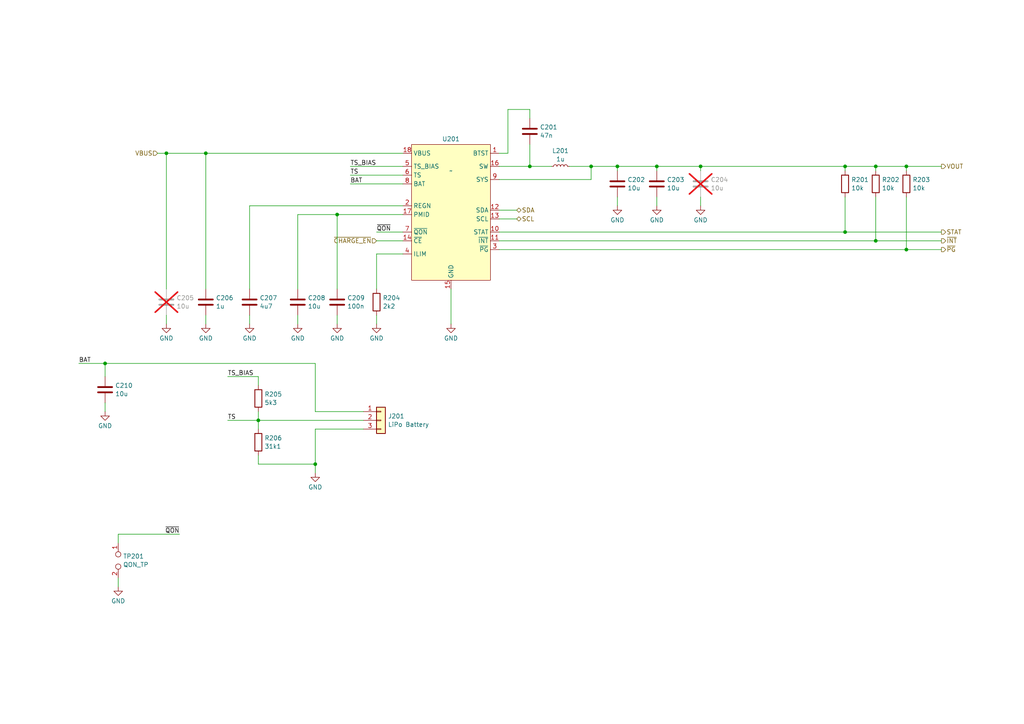
<source format=kicad_sch>
(kicad_sch (version 20230121) (generator eeschema)
  (paper "A4")
  (lib_symbols
    (symbol "Connector:TestPoint_2Pole" (pin_names (offset 0.762) hide)
      (property "Reference" "TP" (at 0 1.524 0))
      (property "Value" "TestPoint_2Pole" (at 0 -1.778 0))
      (symbol "TestPoint_2Pole_0_1"
        (circle (center -1.778 0) (radius 0.762))
        (circle (center 1.778 0) (radius 0.762))
        (pin passive line (at -5.08 0 0) (length 2.54) (name "1") (number "1"))
        (pin passive line (at 5.08 0 180) (length 2.54) (name "2") (number "2"))
      )
    )
    (symbol "Connector_Generic:Conn_01x03" (pin_names (offset 1.016) hide)
      (property "Reference" "J" (at 0 5.08 0))
      (property "Value" "Conn_01x03" (at 0 -5.08 0))
      (symbol "Conn_01x03_1_1"
        (rectangle (start -1.27 -2.413) (end 0 -2.667) (stroke (width 0.1524)))
        (rectangle (start -1.27 0.127) (end 0 -0.127) (stroke (width 0.1524)))
        (rectangle (start -1.27 2.667) (end 0 2.413) (stroke (width 0.1524)))
        (rectangle (start -1.27 3.81) (end 1.27 -3.81) (stroke (width 0.254)) (fill (type background)))
        (pin passive line (at -5.08 2.54 0) (length 3.81) (name "Pin_1") (number "1"))
        (pin passive line (at -5.08 0 0) (length 3.81) (name "Pin_2") (number "2"))
        (pin passive line (at -5.08 -2.54 0) (length 3.81) (name "Pin_3") (number "3"))
      )
    )
    (symbol "Device:C" (pin_numbers hide) (pin_names (offset 0.254))
      (property "Reference" "C" (at 0.635 2.54 0))
      (property "Value" "C" (at 0.635 -2.54 0))
      (symbol "C_0_1"
        (polyline (pts (xy -2.032 -0.762) (xy 2.032 -0.762)) (stroke (width 0.508)))
        (polyline (pts (xy -2.032 0.762) (xy 2.032 0.762)) (stroke (width 0.508)))
      )
      (symbol "C_1_1"
        (pin passive line (at 0 3.81 270) (length 2.794) (name "~") (number "1"))
        (pin passive line (at 0 -3.81 90) (length 2.794) (name "~") (number "2"))
      )
    )
    (symbol "Device:L_Small" (pin_numbers hide) (pin_names (offset 0.254) hide)
      (property "Reference" "L" (at 0.762 1.016 0))
      (property "Value" "L_Small" (at 0.762 -1.016 0))
      (symbol "L_Small_0_1"
        (arc (start 0 -2.032) (mid 0.5058 -1.524) (end 0 -1.016))
        (arc (start 0 -1.016) (mid 0.5058 -0.508) (end 0 0))
        (arc (start 0 0) (mid 0.5058 0.508) (end 0 1.016))
        (arc (start 0 1.016) (mid 0.5058 1.524) (end 0 2.032))
      )
      (symbol "L_Small_1_1"
        (pin passive line (at 0 2.54 270) (length 0.508) (name "~") (number "1"))
        (pin passive line (at 0 -2.54 90) (length 0.508) (name "~") (number "2"))
      )
    )
    (symbol "Device:R" (pin_numbers hide) (pin_names (offset 0))
      (property "Reference" "R" (at 2.032 0 90))
      (property "Value" "R" (at 0 0 90))
      (symbol "R_0_1"
        (rectangle (start -1.016 -2.54) (end 1.016 2.54) (stroke (width 0.254)))
      )
      (symbol "R_1_1"
        (pin passive line (at 0 3.81 270) (length 1.27) (name "~") (number "1"))
        (pin passive line (at 0 -3.81 90) (length 1.27) (name "~") (number "2"))
      )
    )
    (symbol "power:GND" (power) (pin_names (offset 0))
      (property "Value" "GND" (at 0 -3.81 0))
      (symbol "GND_0_1"
        (polyline (pts (xy 0 0) (xy 0 -1.27) (xy 1.27 -1.27) (xy 0 -2.54) (xy -1.27 -1.27) (xy 0 -1.27)))
      )
      (symbol "GND_1_1"
        (pin power_in line (at 0 0 270) (length 0) hide (name "GND") (number "1"))
      )
    )
    (symbol "shimatta_regulators:BQ25628E"
      (property "Reference" "U" (at 0 20.32 0))
      (symbol "BQ25628E_1_1"
        (rectangle (start -11.43 19.05) (end 11.43 -20.32) (fill (type background)))
        (pin passive line (at 13.97 16.51 180) (length 2.54) (name "BTST") (number "1"))
        (pin open_collector line (at 13.97 -6.35 180) (length 2.54) (name "STAT") (number "10"))
        (pin open_collector line (at 13.97 -8.89 180) (length 2.54) (name "~{INT}") (number "11"))
        (pin bidirectional line (at 13.97 0 180) (length 2.54) (name "SDA") (number "12"))
        (pin bidirectional line (at 13.97 -2.54 180) (length 2.54) (name "SCL") (number "13"))
        (pin input line (at -13.97 -8.89 0) (length 2.54) (name "~{CE}") (number "14"))
        (pin power_in line (at 0 -22.86 90) (length 2.54) (name "GND") (number "15"))
        (pin power_out line (at 13.97 12.7 180) (length 2.54) (name "SW") (number "16"))
        (pin power_out line (at -13.97 -1.27 0) (length 2.54) (name "PMID") (number "17"))
        (pin power_in line (at -13.97 16.51 0) (length 2.54) (name "VBUS") (number "18"))
        (pin power_out line (at -13.97 1.27 0) (length 2.54) (name "REGN") (number "2"))
        (pin output line (at 13.97 -11.43 180) (length 2.54) (name "~{PG}") (number "3"))
        (pin passive line (at -13.97 -12.7 0) (length 2.54) (name "ILIM") (number "4"))
        (pin power_out line (at -13.97 12.7 0) (length 2.54) (name "TS_BIAS") (number "5"))
        (pin input line (at -13.97 10.16 0) (length 2.54) (name "TS") (number "6"))
        (pin input line (at -13.97 -6.35 0) (length 2.54) (name "~{QON}") (number "7"))
        (pin bidirectional line (at -13.97 7.62 0) (length 2.54) (name "BAT") (number "8"))
        (pin power_out line (at 13.97 8.89 180) (length 2.54) (name "SYS") (number "9"))
      )
    )
  )
  (junction (at 254 69.85))
  (junction (at 245.11 48.26))
  (junction (at 179.07 48.26))
  (junction (at 91.44 134.62))
  (junction (at 245.11 67.31))
  (junction (at 262.89 48.26))
  (junction (at 190.5 48.26))
  (junction (at 171.45 48.26))
  (junction (at 59.69 44.45))
  (junction (at 254 48.26))
  (junction (at 74.93 121.92))
  (junction (at 153.67 48.26))
  (junction (at 97.79 62.23))
  (junction (at 48.26 44.45))
  (junction (at 30.48 105.41))
  (junction (at 203.2 48.26))
  (junction (at 262.89 72.39))
  (wire (pts (xy 153.67 41.91) (xy 153.67 48.26)))
  (wire (pts (xy 97.79 62.23) (xy 86.36 62.23)))
  (wire (pts (xy 109.22 73.66) (xy 109.22 83.82)))
  (wire (pts (xy 101.6 50.8) (xy 116.84 50.8)))
  (wire (pts (xy 74.93 119.38) (xy 74.93 121.92)))
  (wire (pts (xy 153.67 31.75) (xy 147.32 31.75)))
  (wire (pts (xy 86.36 62.23) (xy 86.36 83.82)))
  (wire (pts (xy 91.44 134.62) (xy 91.44 137.16)))
  (wire (pts (xy 91.44 105.41) (xy 91.44 119.38)))
  (wire (pts (xy 245.11 67.31) (xy 273.05 67.31)))
  (wire (pts (xy 66.04 121.92) (xy 74.93 121.92)))
  (wire (pts (xy 171.45 48.26) (xy 165.1 48.26)))
  (wire (pts (xy 254 69.85) (xy 273.05 69.85)))
  (wire (pts (xy 262.89 48.26) (xy 262.89 49.53)))
  (wire (pts (xy 254 48.26) (xy 254 49.53)))
  (wire (pts (xy 66.04 109.22) (xy 74.93 109.22)))
  (wire (pts (xy 72.39 59.69) (xy 72.39 83.82)))
  (wire (pts (xy 179.07 48.26) (xy 190.5 48.26)))
  (wire (pts (xy 262.89 57.15) (xy 262.89 72.39)))
  (wire (pts (xy 101.6 48.26) (xy 116.84 48.26)))
  (wire (pts (xy 144.78 69.85) (xy 254 69.85)))
  (wire (pts (xy 245.11 57.15) (xy 245.11 67.31)))
  (wire (pts (xy 144.78 63.5) (xy 149.86 63.5)))
  (wire (pts (xy 34.29 157.48) (xy 34.29 154.94)))
  (wire (pts (xy 97.79 91.44) (xy 97.79 93.98)))
  (wire (pts (xy 203.2 57.15) (xy 203.2 59.69)))
  (wire (pts (xy 144.78 52.07) (xy 171.45 52.07)))
  (wire (pts (xy 153.67 34.29) (xy 153.67 31.75)))
  (wire (pts (xy 86.36 91.44) (xy 86.36 93.98)))
  (wire (pts (xy 153.67 48.26) (xy 160.02 48.26)))
  (wire (pts (xy 72.39 91.44) (xy 72.39 93.98)))
  (wire (pts (xy 144.78 60.96) (xy 149.86 60.96)))
  (wire (pts (xy 74.93 111.76) (xy 74.93 109.22)))
  (wire (pts (xy 171.45 52.07) (xy 171.45 48.26)))
  (wire (pts (xy 48.26 91.44) (xy 48.26 93.98)))
  (wire (pts (xy 109.22 67.31) (xy 116.84 67.31)))
  (wire (pts (xy 97.79 62.23) (xy 97.79 83.82)))
  (wire (pts (xy 190.5 48.26) (xy 190.5 49.53)))
  (wire (pts (xy 59.69 91.44) (xy 59.69 93.98)))
  (wire (pts (xy 130.81 83.82) (xy 130.81 93.98)))
  (wire (pts (xy 48.26 44.45) (xy 48.26 83.82)))
  (wire (pts (xy 22.86 105.41) (xy 30.48 105.41)))
  (wire (pts (xy 116.84 73.66) (xy 109.22 73.66)))
  (wire (pts (xy 74.93 134.62) (xy 91.44 134.62)))
  (wire (pts (xy 45.72 44.45) (xy 48.26 44.45)))
  (wire (pts (xy 74.93 121.92) (xy 74.93 124.46)))
  (wire (pts (xy 48.26 44.45) (xy 59.69 44.45)))
  (wire (pts (xy 190.5 48.26) (xy 203.2 48.26)))
  (wire (pts (xy 203.2 48.26) (xy 245.11 48.26)))
  (wire (pts (xy 179.07 57.15) (xy 179.07 59.69)))
  (wire (pts (xy 59.69 44.45) (xy 59.69 83.82)))
  (wire (pts (xy 262.89 48.26) (xy 273.05 48.26)))
  (wire (pts (xy 109.22 91.44) (xy 109.22 93.98)))
  (wire (pts (xy 30.48 116.84) (xy 30.48 119.38)))
  (wire (pts (xy 190.5 57.15) (xy 190.5 59.69)))
  (wire (pts (xy 91.44 119.38) (xy 105.41 119.38)))
  (wire (pts (xy 171.45 48.26) (xy 179.07 48.26)))
  (wire (pts (xy 116.84 59.69) (xy 72.39 59.69)))
  (wire (pts (xy 254 48.26) (xy 262.89 48.26)))
  (wire (pts (xy 144.78 72.39) (xy 262.89 72.39)))
  (wire (pts (xy 109.22 69.85) (xy 116.84 69.85)))
  (wire (pts (xy 116.84 62.23) (xy 97.79 62.23)))
  (wire (pts (xy 52.07 154.94) (xy 34.29 154.94)))
  (wire (pts (xy 147.32 31.75) (xy 147.32 44.45)))
  (wire (pts (xy 147.32 44.45) (xy 144.78 44.45)))
  (wire (pts (xy 30.48 105.41) (xy 30.48 109.22)))
  (wire (pts (xy 101.6 53.34) (xy 116.84 53.34)))
  (wire (pts (xy 105.41 124.46) (xy 91.44 124.46)))
  (wire (pts (xy 144.78 67.31) (xy 245.11 67.31)))
  (wire (pts (xy 59.69 44.45) (xy 116.84 44.45)))
  (wire (pts (xy 91.44 124.46) (xy 91.44 134.62)))
  (wire (pts (xy 144.78 48.26) (xy 153.67 48.26)))
  (wire (pts (xy 30.48 105.41) (xy 91.44 105.41)))
  (wire (pts (xy 179.07 48.26) (xy 179.07 49.53)))
  (wire (pts (xy 74.93 121.92) (xy 105.41 121.92)))
  (wire (pts (xy 245.11 48.26) (xy 254 48.26)))
  (wire (pts (xy 245.11 48.26) (xy 245.11 49.53)))
  (wire (pts (xy 203.2 49.53) (xy 203.2 48.26)))
  (wire (pts (xy 262.89 72.39) (xy 273.05 72.39)))
  (wire (pts (xy 254 57.15) (xy 254 69.85)))
  (wire (pts (xy 34.29 167.64) (xy 34.29 170.18)))
  (wire (pts (xy 74.93 132.08) (xy 74.93 134.62)))
  (label "TS" (at 66.04 121.92 0))
  (label "BAT" (at 22.86 105.41 0))
  (label "~{QON}" (at 52.07 154.94 180))
  (label "BAT" (at 101.6 53.34 0))
  (label "TS_BIAS" (at 66.04 109.22 0))
  (label "TS_BIAS" (at 101.6 48.26 0))
  (label "~{QON}" (at 109.22 67.31 0))
  (label "TS" (at 101.6 50.8 0))
  (hierarchical_label "~{PG}" (shape output) (at 273.05 72.39 0))
  (hierarchical_label "STAT" (shape output) (at 273.05 67.31 0))
  (hierarchical_label "VBUS" (shape input) (at 45.72 44.45 180))
  (hierarchical_label "~{CHARGE_EN}" (shape input) (at 109.22 69.85 180))
  (hierarchical_label "~{INT}" (shape output) (at 273.05 69.85 0))
  (hierarchical_label "SCL" (shape bidirectional) (at 149.86 63.5 0))
  (hierarchical_label "SDA" (shape bidirectional) (at 149.86 60.96 0))
  (hierarchical_label "VOUT" (shape output) (at 273.05 48.26 0))
  (symbol (lib_id "Device:C") (at 97.79 87.63 0) (unit 1)
    (property "Reference" "C209" (at 100.711 86.4179 0) (effects (justify left)))
    (property "Value" "100n" (at 100.711 88.8421 0) (effects (justify left)))
  )
  (symbol (lib_id "Device:R") (at 262.89 53.34 0) (unit 1)
    (property "Reference" "R203" (at 264.668 52.1279 0) (effects (justify left)))
    (property "Value" "10k" (at 264.668 54.5521 0) (effects (justify left)))
  )
  (symbol (lib_id "Device:L_Small") (at 162.56 48.26 90) (unit 1)
    (property "Reference" "L201" (at 162.56 43.7369 90))
    (property "Value" "1u" (at 162.56 46.1611 90))
  )
  (symbol (lib_id "Device:C") (at 86.36 87.63 0) (unit 1)
    (property "Reference" "C208" (at 89.281 86.4179 0) (effects (justify left)))
    (property "Value" "10u" (at 89.281 88.8421 0) (effects (justify left)))
  )
  (symbol (lib_id "power:GND") (at 34.29 170.18 0) (unit 1)
    (property "Reference" "#PWR0213" (effects hide))
    (property "Value" "GND" (at 34.29 174.3131 0))
  )
  (symbol (lib_id "Device:R") (at 254 53.34 0) (unit 1)
    (property "Reference" "R202" (at 255.778 52.1279 0) (effects (justify left)))
    (property "Value" "10k" (at 255.778 54.5521 0) (effects (justify left)))
  )
  (symbol (lib_id "power:GND") (at 130.81 93.98 0) (unit 1)
    (property "Reference" "#PWR0210" (effects hide))
    (property "Value" "GND" (at 130.81 98.1131 0))
  )
  (symbol (lib_id "power:GND") (at 179.07 59.69 0) (unit 1)
    (property "Reference" "#PWR0201" (effects hide))
    (property "Value" "GND" (at 179.07 63.8231 0))
  )
  (symbol (lib_id "Device:C") (at 153.67 38.1 0) (unit 1)
    (property "Reference" "C201" (at 156.591 36.8879 0) (effects (justify left)))
    (property "Value" "47n" (at 156.591 39.3121 0) (effects (justify left)))
  )
  (symbol (lib_id "power:GND") (at 203.2 59.69 0) (unit 1)
    (property "Reference" "#PWR0203" (effects hide))
    (property "Value" "GND" (at 203.2 63.8231 0))
  )
  (symbol (lib_id "power:GND") (at 48.26 93.98 0) (unit 1)
    (property "Reference" "#PWR0204" (effects hide))
    (property "Value" "GND" (at 48.26 98.1131 0))
  )
  (symbol (lib_id "power:GND") (at 97.79 93.98 0) (unit 1)
    (property "Reference" "#PWR0208" (effects hide))
    (property "Value" "GND" (at 97.79 98.1131 0))
  )
  (symbol (lib_id "power:GND") (at 91.44 137.16 0) (unit 1)
    (property "Reference" "#PWR0212" (effects hide))
    (property "Value" "GND" (at 91.44 141.2931 0))
  )
  (symbol (lib_id "power:GND") (at 72.39 93.98 0) (unit 1)
    (property "Reference" "#PWR0206" (effects hide))
    (property "Value" "GND" (at 72.39 98.1131 0))
  )
  (symbol (lib_id "Connector:TestPoint_2Pole") (at 34.29 162.56 270) (unit 1)
    (property "Reference" "TP201" (at 35.687 161.3479 90) (effects (justify left)))
    (property "Value" "QON_TP" (at 35.687 163.7721 90) (effects (justify left)))
  )
  (symbol (lib_id "power:GND") (at 86.36 93.98 0) (unit 1)
    (property "Reference" "#PWR0207" (effects hide))
    (property "Value" "GND" (at 86.36 98.1131 0))
  )
  (symbol (lib_id "power:GND") (at 109.22 93.98 0) (unit 1)
    (property "Reference" "#PWR0209" (effects hide))
    (property "Value" "GND" (at 109.22 98.1131 0))
  )
  (symbol (lib_id "Device:C") (at 179.07 53.34 0) (unit 1)
    (property "Reference" "C202" (at 181.991 52.1279 0) (effects (justify left)))
    (property "Value" "10u" (at 181.991 54.5521 0) (effects (justify left)))
  )
  (symbol (lib_id "Device:C") (at 203.2 53.34 0) (unit 1) (dnp yes)
    (property "Reference" "C204" (at 206.121 52.1279 0) (effects (justify left)))
    (property "Value" "10u" (at 206.121 54.5521 0) (effects (justify left)))
  )
  (symbol (lib_id "Device:R") (at 74.93 115.57 0) (unit 1)
    (property "Reference" "R205" (at 76.708 114.3579 0) (effects (justify left)))
    (property "Value" "5k3" (at 76.708 116.7821 0) (effects (justify left)))
  )
  (symbol (lib_id "Device:R") (at 245.11 53.34 0) (unit 1)
    (property "Reference" "R201" (at 246.888 52.1279 0) (effects (justify left)))
    (property "Value" "10k" (at 246.888 54.5521 0) (effects (justify left)))
  )
  (symbol (lib_id "Device:C") (at 72.39 87.63 0) (unit 1)
    (property "Reference" "C207" (at 75.311 86.4179 0) (effects (justify left)))
    (property "Value" "4u7" (at 75.311 88.8421 0) (effects (justify left)))
  )
  (symbol (lib_id "Device:C") (at 30.48 113.03 0) (unit 1)
    (property "Reference" "C210" (at 33.401 111.8179 0) (effects (justify left)))
    (property "Value" "10u" (at 33.401 114.2421 0) (effects (justify left)))
  )
  (symbol (lib_id "power:GND") (at 190.5 59.69 0) (unit 1)
    (property "Reference" "#PWR0202" (effects hide))
    (property "Value" "GND" (at 190.5 63.8231 0))
  )
  (symbol (lib_id "Device:R") (at 74.93 128.27 0) (unit 1)
    (property "Reference" "R206" (at 76.708 127.0579 0) (effects (justify left)))
    (property "Value" "31k1" (at 76.708 129.4821 0) (effects (justify left)))
  )
  (symbol (lib_id "power:GND") (at 59.69 93.98 0) (unit 1)
    (property "Reference" "#PWR0205" (effects hide))
    (property "Value" "GND" (at 59.69 98.1131 0))
  )
  (symbol (lib_id "Connector_Generic:Conn_01x03") (at 110.49 121.92 0) (unit 1)
    (property "Reference" "J201" (at 112.522 120.7079 0) (effects (justify left)))
    (property "Value" "LiPo Battery" (at 112.522 123.1321 0) (effects (justify left)))
  )
  (symbol (lib_id "shimatta_regulators:BQ25628E") (at 130.81 60.96 0) (unit 1)
    (property "Reference" "U201" (at 130.81 40.3169 0))
    (property "Value" "~" (at 130.81 49.53 0))
    (property "Datasheet" "https://www.ti.com/lit/ds/symlink/bq25628e.pdf?ts=1691628713948&ref_url=https%253A%252F%252Fwww.ti.com%252Fproduct%252FBQ25628E" (effects hide))
  )
  (symbol (lib_id "Device:R") (at 109.22 87.63 0) (unit 1)
    (property "Reference" "R204" (at 110.998 86.4179 0) (effects (justify left)))
    (property "Value" "2k2" (at 110.998 88.8421 0) (effects (justify left)))
  )
  (symbol (lib_id "Device:C") (at 59.69 87.63 0) (unit 1)
    (property "Reference" "C206" (at 62.611 86.4179 0) (effects (justify left)))
    (property "Value" "1u" (at 62.611 88.8421 0) (effects (justify left)))
  )
  (symbol (lib_id "Device:C") (at 48.26 87.63 0) (unit 1) (dnp yes)
    (property "Reference" "C205" (at 51.181 86.4179 0) (effects (justify left)))
    (property "Value" "10u" (at 51.181 88.8421 0) (effects (justify left)))
  )
  (symbol (lib_id "Device:C") (at 190.5 53.34 0) (unit 1)
    (property "Reference" "C203" (at 193.421 52.1279 0) (effects (justify left)))
    (property "Value" "10u" (at 193.421 54.5521 0) (effects (justify left)))
  )
  (symbol (lib_id "power:GND") (at 30.48 119.38 0) (unit 1)
    (property "Reference" "#PWR0211" (effects hide))
    (property "Value" "GND" (at 30.48 123.5131 0))
  )
)
</source>
